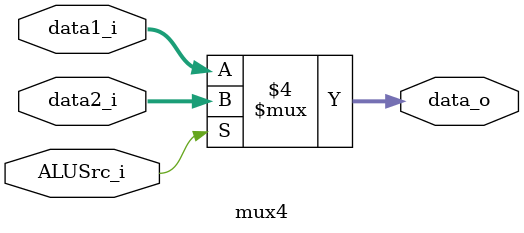
<source format=v>
module mux4(
	data1_i,
	data2_i,
	ALUSrc_i,
	data_o
);

input	[31:0]		data1_i;			
input	[31:0]		data2_i;
input				ALUSrc_i;
output reg	[31:0]	data_o;		

always@(data1_i or data2_i or ALUSrc_i)begin
	if(ALUSrc_i==1'b0) begin
		data_o = data1_i;
	end
	else begin
		data_o = data2_i;
	end
end	

endmodule
</source>
